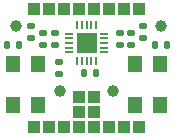
<source format=gbr>
%TF.GenerationSoftware,KiCad,Pcbnew,8.0.1-8.0.1-1~ubuntu22.04.1*%
%TF.CreationDate,2024-03-30T15:26:48+00:00*%
%TF.ProjectId,FES_AO4882,4645535f-414f-4343-9838-322e6b696361,v1.0*%
%TF.SameCoordinates,Original*%
%TF.FileFunction,Soldermask,Top*%
%TF.FilePolarity,Negative*%
%FSLAX46Y46*%
G04 Gerber Fmt 4.6, Leading zero omitted, Abs format (unit mm)*
G04 Created by KiCad (PCBNEW 8.0.1-8.0.1-1~ubuntu22.04.1) date 2024-03-30 15:26:48*
%MOMM*%
%LPD*%
G01*
G04 APERTURE LIST*
G04 Aperture macros list*
%AMRoundRect*
0 Rectangle with rounded corners*
0 $1 Rounding radius*
0 $2 $3 $4 $5 $6 $7 $8 $9 X,Y pos of 4 corners*
0 Add a 4 corners polygon primitive as box body*
4,1,4,$2,$3,$4,$5,$6,$7,$8,$9,$2,$3,0*
0 Add four circle primitives for the rounded corners*
1,1,$1+$1,$2,$3*
1,1,$1+$1,$4,$5*
1,1,$1+$1,$6,$7*
1,1,$1+$1,$8,$9*
0 Add four rect primitives between the rounded corners*
20,1,$1+$1,$2,$3,$4,$5,0*
20,1,$1+$1,$4,$5,$6,$7,0*
20,1,$1+$1,$6,$7,$8,$9,0*
20,1,$1+$1,$8,$9,$2,$3,0*%
G04 Aperture macros list end*
%ADD10RoundRect,0.135000X-0.185000X0.135000X-0.185000X-0.135000X0.185000X-0.135000X0.185000X0.135000X0*%
%ADD11R,1.000000X1.000000*%
%ADD12R,1.200000X1.400000*%
%ADD13RoundRect,0.135000X-0.135000X-0.185000X0.135000X-0.185000X0.135000X0.185000X-0.135000X0.185000X0*%
%ADD14RoundRect,0.140000X-0.140000X-0.170000X0.140000X-0.170000X0.140000X0.170000X-0.140000X0.170000X0*%
%ADD15C,1.000000*%
%ADD16R,0.200000X0.800000*%
%ADD17R,0.800000X0.200000*%
%ADD18R,1.700000X1.700000*%
%ADD19RoundRect,0.135000X0.135000X0.185000X-0.135000X0.185000X-0.135000X-0.185000X0.135000X-0.185000X0*%
G04 APERTURE END LIST*
D10*
%TO.C,R7*%
X-2700000Y7909999D03*
X-2700000Y6890001D03*
%TD*%
D11*
%TO.C,J22*%
X-1905000Y0D03*
%TD*%
%TO.C,J1*%
X-4445000Y10000000D03*
%TD*%
D12*
%TO.C,U5*%
X-6200000Y1870000D03*
X-6200000Y5330000D03*
%TD*%
D11*
%TO.C,J5*%
X635000Y10000000D03*
%TD*%
D13*
%TO.C,R6*%
X-6710000Y6900000D03*
X-5690000Y6900000D03*
%TD*%
D14*
%TO.C,C1*%
X-180000Y4600000D03*
X780000Y4600000D03*
%TD*%
D10*
%TO.C,R9*%
X-3700000Y7909999D03*
X-3700000Y6890001D03*
%TD*%
%TO.C,R4*%
X3800000Y7922426D03*
X3800000Y6902428D03*
%TD*%
D15*
%TO.C,J9*%
X6300000Y8500000D03*
%TD*%
D12*
%TO.C,U2*%
X6200000Y1870000D03*
X6200000Y5330000D03*
%TD*%
D16*
%TO.C,U4*%
X-800000Y5600000D03*
X-400000Y5600000D03*
X0Y5600000D03*
X400000Y5600000D03*
X800000Y5600000D03*
D17*
X1500000Y6300000D03*
X1500000Y6700000D03*
X1500000Y7100000D03*
X1500000Y7500000D03*
X1500000Y7900000D03*
D16*
X800000Y8600000D03*
X400000Y8600000D03*
X0Y8600000D03*
X-400000Y8600000D03*
X-800000Y8600000D03*
D17*
X-1500000Y7900000D03*
X-1500000Y7500000D03*
X-1500000Y7100000D03*
X-1500000Y6700000D03*
X-1500000Y6300000D03*
D18*
X0Y7100000D03*
%TD*%
D11*
%TO.C,J4*%
X-635000Y10000000D03*
%TD*%
%TO.C,J16*%
X635000Y2540000D03*
%TD*%
%TO.C,J11*%
X1905000Y0D03*
%TD*%
D10*
%TO.C,R2*%
X-2300000Y5509999D03*
X-2300000Y4490001D03*
%TD*%
D12*
%TO.C,U1*%
X-4100000Y1870000D03*
X-4100000Y5330000D03*
%TD*%
D11*
%TO.C,J8*%
X4445000Y10000000D03*
%TD*%
D15*
%TO.C,J18*%
X-2250000Y3000000D03*
%TD*%
%TO.C,J10*%
X2200000Y3000000D03*
%TD*%
D11*
%TO.C,J7*%
X3175000Y10000000D03*
%TD*%
%TO.C,J12*%
X635000Y0D03*
%TD*%
%TO.C,J17*%
X635000Y1270000D03*
%TD*%
D10*
%TO.C,R5*%
X4800000Y8509999D03*
X4800000Y7490001D03*
%TD*%
%TO.C,R1*%
X2800000Y7922426D03*
X2800000Y6902428D03*
%TD*%
D11*
%TO.C,J14*%
X4445000Y0D03*
%TD*%
D15*
%TO.C,J19*%
X-6000000Y8500000D03*
%TD*%
D11*
%TO.C,J13*%
X3175000Y0D03*
%TD*%
%TO.C,J23*%
X-635000Y0D03*
%TD*%
D10*
%TO.C,R8*%
X-4700000Y8509999D03*
X-4700000Y7490001D03*
%TD*%
D11*
%TO.C,J2*%
X-3175000Y10000000D03*
%TD*%
%TO.C,J24*%
X-635000Y1270000D03*
%TD*%
%TO.C,J15*%
X-635000Y2540000D03*
%TD*%
%TO.C,J20*%
X-3175000Y0D03*
%TD*%
D19*
%TO.C,R3*%
X6809999Y6900000D03*
X5790001Y6900000D03*
%TD*%
D12*
%TO.C,U3*%
X4100000Y1870000D03*
X4100000Y5330000D03*
%TD*%
D11*
%TO.C,J6*%
X1905000Y10000000D03*
%TD*%
%TO.C,J3*%
X-1905000Y10000000D03*
%TD*%
%TO.C,J21*%
X-4445000Y0D03*
%TD*%
M02*

</source>
